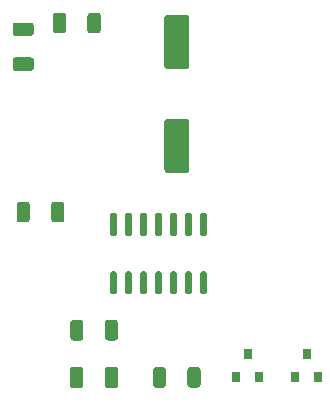
<source format=gbr>
%TF.GenerationSoftware,KiCad,Pcbnew,(5.1.9)-1*%
%TF.CreationDate,2023-08-30T23:21:40+03:00*%
%TF.ProjectId,uSoundGenerator,75536f75-6e64-4476-956e-657261746f72,rev?*%
%TF.SameCoordinates,Original*%
%TF.FileFunction,Paste,Top*%
%TF.FilePolarity,Positive*%
%FSLAX46Y46*%
G04 Gerber Fmt 4.6, Leading zero omitted, Abs format (unit mm)*
G04 Created by KiCad (PCBNEW (5.1.9)-1) date 2023-08-30 23:21:40*
%MOMM*%
%LPD*%
G01*
G04 APERTURE LIST*
%ADD10R,0.800000X0.900000*%
G04 APERTURE END LIST*
%TO.C,U1*%
G36*
G01*
X127800000Y-83025000D02*
X127500000Y-83025000D01*
G75*
G02*
X127350000Y-82875000I0J150000D01*
G01*
X127350000Y-81225000D01*
G75*
G02*
X127500000Y-81075000I150000J0D01*
G01*
X127800000Y-81075000D01*
G75*
G02*
X127950000Y-81225000I0J-150000D01*
G01*
X127950000Y-82875000D01*
G75*
G02*
X127800000Y-83025000I-150000J0D01*
G01*
G37*
G36*
G01*
X129070000Y-83025000D02*
X128770000Y-83025000D01*
G75*
G02*
X128620000Y-82875000I0J150000D01*
G01*
X128620000Y-81225000D01*
G75*
G02*
X128770000Y-81075000I150000J0D01*
G01*
X129070000Y-81075000D01*
G75*
G02*
X129220000Y-81225000I0J-150000D01*
G01*
X129220000Y-82875000D01*
G75*
G02*
X129070000Y-83025000I-150000J0D01*
G01*
G37*
G36*
G01*
X130340000Y-83025000D02*
X130040000Y-83025000D01*
G75*
G02*
X129890000Y-82875000I0J150000D01*
G01*
X129890000Y-81225000D01*
G75*
G02*
X130040000Y-81075000I150000J0D01*
G01*
X130340000Y-81075000D01*
G75*
G02*
X130490000Y-81225000I0J-150000D01*
G01*
X130490000Y-82875000D01*
G75*
G02*
X130340000Y-83025000I-150000J0D01*
G01*
G37*
G36*
G01*
X131610000Y-83025000D02*
X131310000Y-83025000D01*
G75*
G02*
X131160000Y-82875000I0J150000D01*
G01*
X131160000Y-81225000D01*
G75*
G02*
X131310000Y-81075000I150000J0D01*
G01*
X131610000Y-81075000D01*
G75*
G02*
X131760000Y-81225000I0J-150000D01*
G01*
X131760000Y-82875000D01*
G75*
G02*
X131610000Y-83025000I-150000J0D01*
G01*
G37*
G36*
G01*
X132880000Y-83025000D02*
X132580000Y-83025000D01*
G75*
G02*
X132430000Y-82875000I0J150000D01*
G01*
X132430000Y-81225000D01*
G75*
G02*
X132580000Y-81075000I150000J0D01*
G01*
X132880000Y-81075000D01*
G75*
G02*
X133030000Y-81225000I0J-150000D01*
G01*
X133030000Y-82875000D01*
G75*
G02*
X132880000Y-83025000I-150000J0D01*
G01*
G37*
G36*
G01*
X134150000Y-83025000D02*
X133850000Y-83025000D01*
G75*
G02*
X133700000Y-82875000I0J150000D01*
G01*
X133700000Y-81225000D01*
G75*
G02*
X133850000Y-81075000I150000J0D01*
G01*
X134150000Y-81075000D01*
G75*
G02*
X134300000Y-81225000I0J-150000D01*
G01*
X134300000Y-82875000D01*
G75*
G02*
X134150000Y-83025000I-150000J0D01*
G01*
G37*
G36*
G01*
X135420000Y-83025000D02*
X135120000Y-83025000D01*
G75*
G02*
X134970000Y-82875000I0J150000D01*
G01*
X134970000Y-81225000D01*
G75*
G02*
X135120000Y-81075000I150000J0D01*
G01*
X135420000Y-81075000D01*
G75*
G02*
X135570000Y-81225000I0J-150000D01*
G01*
X135570000Y-82875000D01*
G75*
G02*
X135420000Y-83025000I-150000J0D01*
G01*
G37*
G36*
G01*
X135420000Y-87975000D02*
X135120000Y-87975000D01*
G75*
G02*
X134970000Y-87825000I0J150000D01*
G01*
X134970000Y-86175000D01*
G75*
G02*
X135120000Y-86025000I150000J0D01*
G01*
X135420000Y-86025000D01*
G75*
G02*
X135570000Y-86175000I0J-150000D01*
G01*
X135570000Y-87825000D01*
G75*
G02*
X135420000Y-87975000I-150000J0D01*
G01*
G37*
G36*
G01*
X134150000Y-87975000D02*
X133850000Y-87975000D01*
G75*
G02*
X133700000Y-87825000I0J150000D01*
G01*
X133700000Y-86175000D01*
G75*
G02*
X133850000Y-86025000I150000J0D01*
G01*
X134150000Y-86025000D01*
G75*
G02*
X134300000Y-86175000I0J-150000D01*
G01*
X134300000Y-87825000D01*
G75*
G02*
X134150000Y-87975000I-150000J0D01*
G01*
G37*
G36*
G01*
X132880000Y-87975000D02*
X132580000Y-87975000D01*
G75*
G02*
X132430000Y-87825000I0J150000D01*
G01*
X132430000Y-86175000D01*
G75*
G02*
X132580000Y-86025000I150000J0D01*
G01*
X132880000Y-86025000D01*
G75*
G02*
X133030000Y-86175000I0J-150000D01*
G01*
X133030000Y-87825000D01*
G75*
G02*
X132880000Y-87975000I-150000J0D01*
G01*
G37*
G36*
G01*
X131610000Y-87975000D02*
X131310000Y-87975000D01*
G75*
G02*
X131160000Y-87825000I0J150000D01*
G01*
X131160000Y-86175000D01*
G75*
G02*
X131310000Y-86025000I150000J0D01*
G01*
X131610000Y-86025000D01*
G75*
G02*
X131760000Y-86175000I0J-150000D01*
G01*
X131760000Y-87825000D01*
G75*
G02*
X131610000Y-87975000I-150000J0D01*
G01*
G37*
G36*
G01*
X130340000Y-87975000D02*
X130040000Y-87975000D01*
G75*
G02*
X129890000Y-87825000I0J150000D01*
G01*
X129890000Y-86175000D01*
G75*
G02*
X130040000Y-86025000I150000J0D01*
G01*
X130340000Y-86025000D01*
G75*
G02*
X130490000Y-86175000I0J-150000D01*
G01*
X130490000Y-87825000D01*
G75*
G02*
X130340000Y-87975000I-150000J0D01*
G01*
G37*
G36*
G01*
X129070000Y-87975000D02*
X128770000Y-87975000D01*
G75*
G02*
X128620000Y-87825000I0J150000D01*
G01*
X128620000Y-86175000D01*
G75*
G02*
X128770000Y-86025000I150000J0D01*
G01*
X129070000Y-86025000D01*
G75*
G02*
X129220000Y-86175000I0J-150000D01*
G01*
X129220000Y-87825000D01*
G75*
G02*
X129070000Y-87975000I-150000J0D01*
G01*
G37*
G36*
G01*
X127800000Y-87975000D02*
X127500000Y-87975000D01*
G75*
G02*
X127350000Y-87825000I0J150000D01*
G01*
X127350000Y-86175000D01*
G75*
G02*
X127500000Y-86025000I150000J0D01*
G01*
X127800000Y-86025000D01*
G75*
G02*
X127950000Y-86175000I0J-150000D01*
G01*
X127950000Y-87825000D01*
G75*
G02*
X127800000Y-87975000I-150000J0D01*
G01*
G37*
%TD*%
%TO.C,R4*%
G36*
G01*
X125437500Y-65625001D02*
X125437500Y-64374999D01*
G75*
G02*
X125687499Y-64125000I249999J0D01*
G01*
X126312501Y-64125000D01*
G75*
G02*
X126562500Y-64374999I0J-249999D01*
G01*
X126562500Y-65625001D01*
G75*
G02*
X126312501Y-65875000I-249999J0D01*
G01*
X125687499Y-65875000D01*
G75*
G02*
X125437500Y-65625001I0J249999D01*
G01*
G37*
G36*
G01*
X122512500Y-65625001D02*
X122512500Y-64374999D01*
G75*
G02*
X122762499Y-64125000I249999J0D01*
G01*
X123387501Y-64125000D01*
G75*
G02*
X123637500Y-64374999I0J-249999D01*
G01*
X123637500Y-65625001D01*
G75*
G02*
X123387501Y-65875000I-249999J0D01*
G01*
X122762499Y-65875000D01*
G75*
G02*
X122512500Y-65625001I0J249999D01*
G01*
G37*
%TD*%
%TO.C,R3*%
G36*
G01*
X133900000Y-95625001D02*
X133900000Y-94374999D01*
G75*
G02*
X134149999Y-94125000I249999J0D01*
G01*
X134775001Y-94125000D01*
G75*
G02*
X135025000Y-94374999I0J-249999D01*
G01*
X135025000Y-95625001D01*
G75*
G02*
X134775001Y-95875000I-249999J0D01*
G01*
X134149999Y-95875000D01*
G75*
G02*
X133900000Y-95625001I0J249999D01*
G01*
G37*
G36*
G01*
X130975000Y-95625001D02*
X130975000Y-94374999D01*
G75*
G02*
X131224999Y-94125000I249999J0D01*
G01*
X131850001Y-94125000D01*
G75*
G02*
X132100000Y-94374999I0J-249999D01*
G01*
X132100000Y-95625001D01*
G75*
G02*
X131850001Y-95875000I-249999J0D01*
G01*
X131224999Y-95875000D01*
G75*
G02*
X130975000Y-95625001I0J249999D01*
G01*
G37*
%TD*%
%TO.C,R2*%
G36*
G01*
X122362500Y-81625001D02*
X122362500Y-80374999D01*
G75*
G02*
X122612499Y-80125000I249999J0D01*
G01*
X123237501Y-80125000D01*
G75*
G02*
X123487500Y-80374999I0J-249999D01*
G01*
X123487500Y-81625001D01*
G75*
G02*
X123237501Y-81875000I-249999J0D01*
G01*
X122612499Y-81875000D01*
G75*
G02*
X122362500Y-81625001I0J249999D01*
G01*
G37*
G36*
G01*
X119437500Y-81625001D02*
X119437500Y-80374999D01*
G75*
G02*
X119687499Y-80125000I249999J0D01*
G01*
X120312501Y-80125000D01*
G75*
G02*
X120562500Y-80374999I0J-249999D01*
G01*
X120562500Y-81625001D01*
G75*
G02*
X120312501Y-81875000I-249999J0D01*
G01*
X119687499Y-81875000D01*
G75*
G02*
X119437500Y-81625001I0J249999D01*
G01*
G37*
%TD*%
%TO.C,R1*%
G36*
G01*
X126900000Y-91625001D02*
X126900000Y-90374999D01*
G75*
G02*
X127149999Y-90125000I249999J0D01*
G01*
X127775001Y-90125000D01*
G75*
G02*
X128025000Y-90374999I0J-249999D01*
G01*
X128025000Y-91625001D01*
G75*
G02*
X127775001Y-91875000I-249999J0D01*
G01*
X127149999Y-91875000D01*
G75*
G02*
X126900000Y-91625001I0J249999D01*
G01*
G37*
G36*
G01*
X123975000Y-91625001D02*
X123975000Y-90374999D01*
G75*
G02*
X124224999Y-90125000I249999J0D01*
G01*
X124850001Y-90125000D01*
G75*
G02*
X125100000Y-90374999I0J-249999D01*
G01*
X125100000Y-91625001D01*
G75*
G02*
X124850001Y-91875000I-249999J0D01*
G01*
X124224999Y-91875000D01*
G75*
G02*
X123975000Y-91625001I0J249999D01*
G01*
G37*
%TD*%
D10*
%TO.C,Q2*%
X144000000Y-93000000D03*
X144950000Y-95000000D03*
X143050000Y-95000000D03*
%TD*%
%TO.C,Q1*%
X139000000Y-93000000D03*
X139950000Y-95000000D03*
X138050000Y-95000000D03*
%TD*%
%TO.C,C3*%
G36*
G01*
X132200000Y-73100000D02*
X133800000Y-73100000D01*
G75*
G02*
X134050000Y-73350000I0J-250000D01*
G01*
X134050000Y-77450000D01*
G75*
G02*
X133800000Y-77700000I-250000J0D01*
G01*
X132200000Y-77700000D01*
G75*
G02*
X131950000Y-77450000I0J250000D01*
G01*
X131950000Y-73350000D01*
G75*
G02*
X132200000Y-73100000I250000J0D01*
G01*
G37*
G36*
G01*
X132200000Y-64300000D02*
X133800000Y-64300000D01*
G75*
G02*
X134050000Y-64550000I0J-250000D01*
G01*
X134050000Y-68650000D01*
G75*
G02*
X133800000Y-68900000I-250000J0D01*
G01*
X132200000Y-68900000D01*
G75*
G02*
X131950000Y-68650000I0J250000D01*
G01*
X131950000Y-64550000D01*
G75*
G02*
X132200000Y-64300000I250000J0D01*
G01*
G37*
%TD*%
%TO.C,C2*%
G36*
G01*
X119349999Y-67900000D02*
X120650001Y-67900000D01*
G75*
G02*
X120900000Y-68149999I0J-249999D01*
G01*
X120900000Y-68800001D01*
G75*
G02*
X120650001Y-69050000I-249999J0D01*
G01*
X119349999Y-69050000D01*
G75*
G02*
X119100000Y-68800001I0J249999D01*
G01*
X119100000Y-68149999D01*
G75*
G02*
X119349999Y-67900000I249999J0D01*
G01*
G37*
G36*
G01*
X119349999Y-64950000D02*
X120650001Y-64950000D01*
G75*
G02*
X120900000Y-65199999I0J-249999D01*
G01*
X120900000Y-65850001D01*
G75*
G02*
X120650001Y-66100000I-249999J0D01*
G01*
X119349999Y-66100000D01*
G75*
G02*
X119100000Y-65850001I0J249999D01*
G01*
X119100000Y-65199999D01*
G75*
G02*
X119349999Y-64950000I249999J0D01*
G01*
G37*
%TD*%
%TO.C,C1*%
G36*
G01*
X126900000Y-95650001D02*
X126900000Y-94349999D01*
G75*
G02*
X127149999Y-94100000I249999J0D01*
G01*
X127800001Y-94100000D01*
G75*
G02*
X128050000Y-94349999I0J-249999D01*
G01*
X128050000Y-95650001D01*
G75*
G02*
X127800001Y-95900000I-249999J0D01*
G01*
X127149999Y-95900000D01*
G75*
G02*
X126900000Y-95650001I0J249999D01*
G01*
G37*
G36*
G01*
X123950000Y-95650001D02*
X123950000Y-94349999D01*
G75*
G02*
X124199999Y-94100000I249999J0D01*
G01*
X124850001Y-94100000D01*
G75*
G02*
X125100000Y-94349999I0J-249999D01*
G01*
X125100000Y-95650001D01*
G75*
G02*
X124850001Y-95900000I-249999J0D01*
G01*
X124199999Y-95900000D01*
G75*
G02*
X123950000Y-95650001I0J249999D01*
G01*
G37*
%TD*%
M02*

</source>
